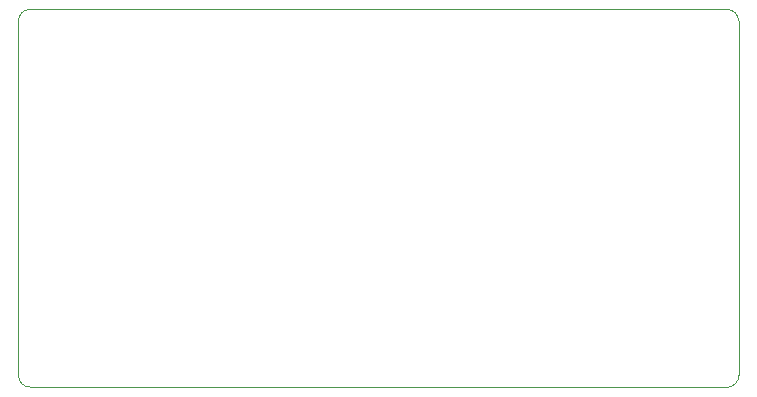
<source format=gbr>
%TF.GenerationSoftware,KiCad,Pcbnew,9.0.2*%
%TF.CreationDate,2025-06-08T15:41:30-05:00*%
%TF.ProjectId,STM32,53544d33-322e-46b6-9963-61645f706362,rev?*%
%TF.SameCoordinates,PX218c9f8PY54a9188*%
%TF.FileFunction,Profile,NP*%
%FSLAX46Y46*%
G04 Gerber Fmt 4.6, Leading zero omitted, Abs format (unit mm)*
G04 Created by KiCad (PCBNEW 9.0.2) date 2025-06-08 15:41:30*
%MOMM*%
%LPD*%
G01*
G04 APERTURE LIST*
%TA.AperFunction,Profile*%
%ADD10C,0.050000*%
%TD*%
G04 APERTURE END LIST*
D10*
X5821000Y31773000D02*
X59813900Y31765893D01*
X59921000Y-227000D02*
X828107Y-219893D01*
X828107Y-219893D02*
G75*
G02*
X-171893Y780107I-7J999993D01*
G01*
X60820974Y783091D02*
G75*
G02*
X59921151Y-228398I-1007074J-10091D01*
G01*
X-171893Y780107D02*
X-179000Y30773000D01*
X59813893Y31765893D02*
G75*
G02*
X60813893Y30765893I7J-999993D01*
G01*
X-179000Y30773000D02*
G75*
G02*
X821000Y31773000I1000000J0D01*
G01*
X60813893Y30765900D02*
X60820974Y783091D01*
X821000Y31773000D02*
X5821000Y31773000D01*
M02*

</source>
